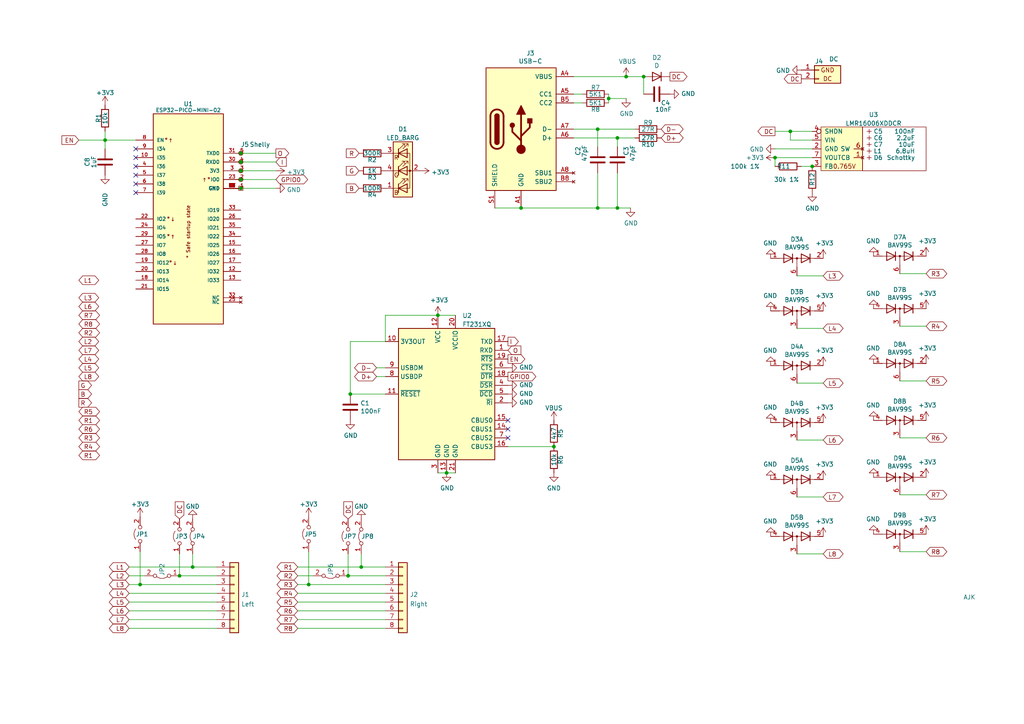
<source format=kicad_sch>
(kicad_sch (version 20241209) (generator "eeschema") (generator_version "9.0")
  (paper "A4")
  (title_block (title "Larger generic ESP32 module") (date "${DATE}") (rev "1") (comment 1 "@TheRealRevK") (comment 2 "www.me.uk"))
  (lib_symbols
    (symbol "Connector_Generic:Conn_01x08" (pin_names (offset 1.016) (hide yes))
      (property "Reference" "J" (at 0 10.16 0))
      (property "Value" "Conn_01x08" (at 0 -12.7 0))
      (symbol "Conn_01x08_1_1"
        (pin passive line (at -5.08 7.62 0) (length 3.81) (name "Pin_1") (number "1"))
        (pin passive line (at -5.08 5.08 0) (length 3.81) (name "Pin_2") (number "2"))
        (pin passive line (at -5.08 2.54 0) (length 3.81) (name "Pin_3") (number "3"))
        (pin passive line (at -5.08 0 0) (length 3.81) (name "Pin_4") (number "4"))
        (pin passive line (at -5.08 -2.54 0) (length 3.81) (name "Pin_5") (number "5"))
        (pin passive line (at -5.08 -5.08 0) (length 3.81) (name "Pin_6") (number "6"))
        (pin passive line (at -5.08 -7.62 0) (length 3.81) (name "Pin_7") (number "7"))
        (pin passive line (at -5.08 -10.16 0) (length 3.81) (name "Pin_8") (number "8"))
      )
    )
    (symbol "Device:C" (pin_numbers (hide yes)) (pin_names (offset 0.254))
      (property "Reference" "C" (at 0.635 2.54 0))
      (property "Value" "C" (at 0.635 -2.54 0))
      (symbol "C_1_1"
        (pin passive line (at 0 3.81 270) (length 2.794) (name "~") (number "1"))
        (pin passive line (at 0 -3.81 90) (length 2.794) (name "~") (number "2"))
      )
    )
    (symbol "Device:D" (pin_numbers (hide yes)) (pin_names (offset 1.016) (hide yes))
      (property "Reference" "D" (at 0 2.54 0))
      (property "Value" "D" (at 0 -2.54 0))
      (symbol "D_1_1"
        (pin passive line (at -3.81 0 0) (length 2.54) (name "K") (number "1"))
        (pin passive line (at 3.81 0 180) (length 2.54) (name "A") (number "2"))
      )
    )
    (symbol "Device:LED_BARG" (pin_names (offset 0) (hide yes))
      (property "Reference" "D" (at 0 9.398 0))
      (property "Value" "LED_BARG" (at 0 -8.89 0))
      (symbol "LED_BARG_0_0"
        (text "R" (at -1.905 3.81 0) (effects (font (size 1.27 1.27))))
        (text "G" (at -1.905 -1.27 0) (effects (font (size 1.27 1.27))))
        (text "B" (at -1.905 -6.35 0) (effects (font (size 1.27 1.27))))
      )
      (symbol "LED_BARG_1_1"
        (pin passive line (at -5.08 5.08 0) (length 2.54) (name "RK") (number "3"))
        (pin passive line (at -5.08 0 0) (length 2.54) (name "GK") (number "4"))
        (pin passive line (at -5.08 -5.08 0) (length 2.54) (name "BK") (number "1"))
        (pin passive line (at 5.08 0 180) (length 2.54) (name "A") (number "2"))
      )
    )
    (symbol "Device:R" (pin_numbers (hide yes)) (pin_names (offset 0))
      (property "Reference" "R" (at 2.032 0 90))
      (property "Value" "R" (at 0 0 90))
      (symbol "R_1_1"
        (pin passive line (at 0 3.81 270) (length 1.27) (name "~") (number "1"))
        (pin passive line (at 0 -3.81 90) (length 1.27) (name "~") (number "2"))
      )
    )
    (symbol "Diode:BAV99S" (pin_names (offset 0.0254) (hide yes))
      (property "Reference" "D" (at 0 2.54 0))
      (property "Value" "BAV99S" (at 0 5.08 0))
      (symbol "BAV99S_1_1"
        (pin passive line (at -7.62 0 0) (length 2.54) (name "A1") (number "1"))
        (pin passive line (at 0 -5.08 90) (length 2.54) (name "K3A4") (number "6"))
        (pin passive line (at 7.62 0 180) (length 2.54) (name "K2") (number "2"))
      )
      (symbol "BAV99S_2_1"
        (pin passive line (at -7.62 0 0) (length 2.54) (name "A3") (number "4"))
        (pin passive line (at 0 -5.08 90) (length 2.54) (name "K1A2") (number "3"))
        (pin passive line (at 7.62 0 180) (length 2.54) (name "K4") (number "5"))
      )
    )
    (symbol "Jumper:Jumper_2_Bridged" (pin_names (offset 0) (hide yes))
      (property "Reference" "JP" (at 0 1.905 0))
      (property "Value" "Jumper_2_Bridged" (at 0 -2.54 0))
      (symbol "Jumper_2_Bridged_1_1"
        (pin passive line (at -5.08 0 0) (length 2.54) (name "A") (number "1"))
        (pin passive line (at 5.08 0 180) (length 2.54) (name "B") (number "2"))
      )
    )
    (symbol "Jumper:Jumper_2_Open" (pin_names (offset 0) (hide yes))
      (property "Reference" "JP" (at 0 2.794 0))
      (property "Value" "Jumper_2_Open" (at 0 -2.286 0))
      (symbol "Jumper_2_Open_1_1"
        (pin passive line (at -5.08 0 0) (length 2.54) (name "A") (number "1"))
        (pin passive line (at 5.08 0 180) (length 2.54) (name "B") (number "2"))
      )
    )
    (symbol "RevK:AJK" (pin_names (offset 1.016)) (in_bom no)
      (property "Value" "AJK" (at 0 0 0))
    )
    (symbol "RevK:ESP32-PICO-MINI-02" (pin_names (offset 1.016))
      (property "Reference" "U" (at -10.16 -33.02 0))
      (property "Value" "ESP32-PICO-MINI-02" (at 0 27.94 0))
      (property "MPN" "C2980306" (at 0 0 0))
      (symbol "ESP32-PICO-MINI-02_0_0"
        (text "*↑" (at -6.985 22.86 0) (effects (font (size 1.27 1.27)) (justify left)))
        (text "*↓" (at -6.35 0 0) (effects (font (size 1.27 1.27)) (justify left)))
        (text "*↑" (at -6.35 -5.08 0) (effects (font (size 1.27 1.27)) (justify left)))
        (text "*↓" (at -5.715 -12.7 0) (effects (font (size 1.27 1.27)) (justify left)))
        (text "* Safe startup state" (at 0 -11.43 900) (effects (font (size 1 1)) (justify left)))
        (text "↑*" (at 3.81 11.43 0) (effects (font (size 1.27 1.27)) (justify left)))
        (pin input line (at -15.24 22.86 0) (length 5.08) (name "EN") (number "8"))
        (pin input line (at -15.24 20.32 0) (length 5.08) (name "I34") (number "9"))
        (pin input line (at -15.24 17.78 0) (length 5.08) (name "I35") (number "10"))
        (pin input line (at -15.24 15.24 0) (length 5.08) (name "I36") (number "4"))
        (pin input line (at -15.24 12.7 0) (length 5.08) (name "I37") (number "5"))
        (pin input line (at -15.24 10.16 0) (length 5.08) (name "I38") (number "6"))
        (pin input line (at -15.24 7.62 0) (length 5.08) (name "I39") (number "7"))
        (pin bidirectional line (at -15.24 0 0) (length 5.08) (name "IO2") (number "22"))
        (pin bidirectional line (at -15.24 -2.54 0) (length 5.08) (name "IO4") (number "24"))
        (pin bidirectional line (at -15.24 -5.08 0) (length 5.08) (name "IO5") (number "29"))
        (pin bidirectional line (at -15.24 -7.62 0) (length 5.08) (name "IO7") (number "27"))
        (pin bidirectional line (at -15.24 -10.16 0) (length 5.08) (name "IO8") (number "28"))
        (pin bidirectional line (at -15.24 -12.7 0) (length 5.08) (name "IO12") (number "19"))
        (pin bidirectional line (at -15.24 -15.24 0) (length 5.08) (name "IO13") (number "20"))
        (pin bidirectional line (at -15.24 -17.78 0) (length 5.08) (name "IO14") (number "18"))
        (pin bidirectional line (at -15.24 -20.32 0) (length 5.08) (name "IO15") (number "21"))
        (pin bidirectional line (at 15.24 19.05 180) (length 5.08) (name "TXD0") (number "31"))
        (pin bidirectional line (at 15.24 16.51 180) (length 5.08) (name "RXD0") (number "30"))
        (pin power_in line (at 15.24 13.97 180) (length 5.08) (name "3V3") (number "3"))
        (pin bidirectional line (at 15.24 11.43 180) (length 5.08) (name "IO0") (number "23"))
        (pin power_in line (at 15.24 8.89 180) (length 5.08) (name "GND") (number "1"))
        (pin power_in line (at 15.24 8.89 180) (length 5.08) (name "GND") (number "11"))
        (pin power_in line (at 15.24 8.89 180) (length 5.08) (name "GND") (number "14"))
        (pin power_in line (at 15.24 8.89 180) (length 5.08) (name "GND") (number "2"))
        (pin power_in line (at 15.24 8.89 180) (length 5.08) (name "GND") (number "36"))
        (pin power_in line (at 15.24 8.89 180) (length 5.08) (name "GND") (number "37"))
        (pin power_in line (at 15.24 8.89 180) (length 5.08) (name "GND") (number "38"))
        (pin power_in line (at 15.24 8.89 180) (length 5.08) (name "GND") (number "39"))
        (pin power_in line (at 15.24 8.89 180) (length 5.08) (name "GND") (number "40"))
        (pin power_in line (at 15.24 8.89 180) (length 5.08) (name "GND") (number "41"))
        (pin power_in line (at 15.24 8.89 180) (length 5.08) (name "GND") (number "42"))
        (pin power_in line (at 15.24 8.89 180) (length 5.08) (name "GND") (number "43"))
        (pin power_in line (at 15.24 8.89 180) (length 5.08) (name "GND") (number "44"))
        (pin power_in line (at 15.24 8.89 180) (length 5.08) (name "GND") (number "45"))
        (pin power_in line (at 15.24 8.89 180) (length 5.08) (name "GND") (number "46"))
        (pin power_in line (at 15.24 8.89 180) (length 5.08) (name "GND") (number "47"))
        (pin power_in line (at 15.24 8.89 180) (length 5.08) (name "GND") (number "48"))
        (pin power_in line (at 15.24 8.89 180) (length 5.08) (name "GND") (number "49"))
        (pin power_in line (at 15.24 8.89 180) (length 5.08) (name "GND") (number "50"))
        (pin power_in line (at 15.24 8.89 180) (length 5.08) (name "GND") (number "51"))
        (pin power_in line (at 15.24 8.89 180) (length 5.08) (name "GND") (number "52"))
        (pin power_in line (at 15.24 8.89 180) (length 5.08) (name "GND") (number "53"))
        (pin bidirectional line (at 15.24 2.54 180) (length 5.08) (name "IO19") (number "33"))
        (pin bidirectional line (at 15.24 0 180) (length 5.08) (name "IO20") (number "26"))
        (pin bidirectional line (at 15.24 -2.54 180) (length 5.08) (name "IO21") (number "35"))
        (pin bidirectional line (at 15.24 -5.08 180) (length 5.08) (name "IO22") (number "34"))
        (pin bidirectional line (at 15.24 -7.62 180) (length 5.08) (name "IO25") (number "15"))
        (pin bidirectional line (at 15.24 -10.16 180) (length 5.08) (name "IO26") (number "16"))
        (pin bidirectional line (at 15.24 -12.7 180) (length 5.08) (name "IO27") (number "17"))
        (pin bidirectional line (at 15.24 -15.24 180) (length 5.08) (name "IO32") (number "12"))
        (pin bidirectional line (at 15.24 -17.78 180) (length 5.08) (name "IO33") (number "13"))
        (pin no_connect line (at 15.24 -22.86 180) (length 5.08) (name "NC") (number "32"))
        (pin no_connect line (at 15.24 -24.13 180) (length 5.08) (name "NC") (number "25"))
      )
    )
    (symbol "RevK:FT231XQ"
      (property "Reference" "U" (at -13.97 20.32 0))
      (property "Value" "FT231XQ" (at 6.35 20.32 0))
      (symbol "FT231XQ_1_1"
        (pin passive line (at -17.78 15.24 0) (length 3.81) (name "3V3OUT") (number "10"))
        (pin bidirectional line (at -17.78 7.62 0) (length 3.81) (name "USBDM") (number "9"))
        (pin bidirectional line (at -17.78 5.08 0) (length 3.81) (name "USBDP") (number "8"))
        (pin input line (at -17.78 0 0) (length 3.81) (name "~{RESET}") (number "11"))
        (pin power_in line (at -2.54 22.86 270) (length 3.81) (name "VCC") (number "12"))
        (pin power_in line (at -2.54 -22.86 90) (length 3.81) (name "GND") (number "3"))
        (pin power_in line (at 0 -22.86 90) (length 3.81) (name "GND") (number "13"))
        (pin power_in line (at 2.54 22.86 270) (length 3.81) (name "VCCIO") (number "20"))
        (pin power_in line (at 2.54 -22.86 90) (length 3.81) (name "GND") (number "21"))
        (pin output line (at 17.78 15.24 180) (length 3.81) (name "TXD") (number "17"))
        (pin input line (at 17.78 12.7 180) (length 3.81) (name "RXD") (number "1"))
        (pin output line (at 17.78 10.16 180) (length 3.81) (name "~{RTS}") (number "19"))
        (pin input line (at 17.78 7.62 180) (length 3.81) (name "~{CTS}") (number "6"))
        (pin output line (at 17.78 5.08 180) (length 3.81) (name "~{DTR}") (number "18"))
        (pin input line (at 17.78 2.54 180) (length 3.81) (name "~{DSR}") (number "4"))
        (pin input line (at 17.78 0 180) (length 3.81) (name "~{DCD}") (number "5"))
        (pin input line (at 17.78 -2.54 180) (length 3.81) (name "~{RI}") (number "2"))
        (pin bidirectional line (at 17.78 -7.62 180) (length 3.81) (name "CBUS0") (number "15"))
        (pin bidirectional line (at 17.78 -10.16 180) (length 3.81) (name "CBUS1") (number "14"))
        (pin bidirectional line (at 17.78 -12.7 180) (length 3.81) (name "CBUS2") (number "7"))
        (pin bidirectional line (at 17.78 -15.24 180) (length 3.81) (name "CBUS3") (number "16"))
      )
    )
    (symbol "RevK:Hidden" (pin_names (offset 1.016))
      (property "Reference" "Z" (at 0.635 0 0))
      (property "Value" "Hidden" (at 4.445 0 0))
      (symbol "Hidden_1_1"
        (pin no_connect non_logic (at 0 -2.54 90) (length 2.54) (hide yes) (name "~") (number "~"))
      )
    )
    (symbol "RevK:LMR16006XDDCR" (pin_names (offset 1.016))
      (property "Reference" "U" (at 11.43 2.54 0))
      (property "Value" "LMR16006XDDCR" (at 7.62 -12.7 0))
      (symbol "LMR16006XDDCR_0_0"
        (text "0.765V" (at 12.7 -10.16 0) (effects (font (size 1.27 1.27)) (justify right)))
      )
      (symbol "LMR16006XDDCR_1_1"
        (pin input inverted (at 0 0 0) (length 2.54) (name "SHDN") (number "4"))
        (pin power_in line (at 0 -2.54 0) (length 2.54) (name "VIN") (number "5"))
        (pin power_in line (at 0 -5.08 0) (length 2.54) (name "GND") (number "2"))
        (pin power_out line (at 0 -7.62 0) (length 2.54) (name "VOUT") (number "7"))
        (pin passive line (at 0 -10.16 0) (length 2.54) (name "FB") (number "3"))
        (pin no_connect line (at 14.605 -5.08 180) (length 2.54) (name "SW") (number "6"))
        (pin no_connect line (at 14.605 -7.62 180) (length 2.54) (name "CB") (number "1"))
      )
    )
    (symbol "RevK:PowerIn" (pin_names (offset 1.016) (hide yes))
      (property "Reference" "J" (at 0 2.54 0))
      (property "Value" "PowerIn" (at 2.54 -5.08 0))
      (symbol "PowerIn_0_0"
        (text "GND" (at 2.54 0 0) (effects (font (size 1.27 1.27))))
        (text "DC" (at 2.54 -2.54 0) (effects (font (size 1.27 1.27))))
      )
      (symbol "PowerIn_1_1"
        (pin power_in line (at -5.08 0 0) (length 3.81) (name "GND") (number "1"))
        (pin power_out line (at -5.08 -2.54 0) (length 3.81) (name "DC") (number "2"))
      )
    )
    (symbol "RevK:Shelly" (in_bom no)
      (property "Reference" "J" (at 2.54 -8.255 0))
      (property "Value" "Shelly" (at 2.54 9.525 0))
      (symbol "Shelly_1_1"
        (pin passive line (at 0 5.08 0) (length 0.64) (name "Tx") (number "5"))
        (pin passive line (at 0 2.54 0) (length 0.64) (name "Rx") (number "4"))
        (pin passive line (at 0 0 0) (length 0.64) (name "3V3") (number "3"))
        (pin passive line (at 0 -2.54 0) (length 0.64) (name "0") (number "2"))
        (pin passive line (at 0 -5.08 0) (length 0.64) (name "GND") (number "1"))
      )
    )
    (symbol "RevK:USB-C" (pin_names (offset 1.016))
      (property "Reference" "J" (at -10.16 19.05 0))
      (property "Value" "USB-C" (at -7.62 15.24 0))
      (symbol "USB-C_1_1"
        (pin passive line (at -7.62 -22.86 90) (length 5.08) (name "SHIELD") (number "S1"))
        (pin power_out line (at 0 -22.86 90) (length 5.08) (name "GND") (number "A1"))
        (pin passive line (at 0 -22.86 90) (length 5.08) (hide yes) (name "GND") (number "A12"))
        (pin passive line (at 0 -22.86 90) (length 5.08) (hide yes) (name "GND") (number "B1"))
        (pin passive line (at 0 -22.86 90) (length 5.08) (hide yes) (name "GND") (number "B12"))
        (pin power_out line (at 15.24 15.24 180) (length 5.08) (name "VBUS") (number "A4"))
        (pin passive line (at 15.24 15.24 180) (length 5.08) (hide yes) (name "VBUS") (number "A9"))
        (pin passive line (at 15.24 15.24 180) (length 5.08) (hide yes) (name "VBUS") (number "B4"))
        (pin passive line (at 15.24 15.24 180) (length 5.08) (hide yes) (name "VBUS") (number "B9"))
        (pin bidirectional line (at 15.24 10.16 180) (length 5.08) (name "CC1") (number "A5"))
        (pin bidirectional line (at 15.24 7.62 180) (length 5.08) (name "CC2") (number "B5"))
        (pin bidirectional line (at 15.24 0 180) (length 5.08) (name "D-") (number "A7"))
        (pin bidirectional line (at 15.24 0 180) (length 5.08) (hide yes) (name "D-") (number "B7"))
        (pin bidirectional line (at 15.24 -2.54 180) (length 5.08) (name "D+") (number "A6"))
        (pin bidirectional line (at 15.24 -2.54 180) (length 5.08) (hide yes) (name "D+") (number "B6"))
        (pin no_connect line (at 15.24 -12.7 180) (length 5.08) (name "SBU1") (number "A8"))
        (pin no_connect line (at 15.24 -15.24 180) (length 5.08) (name "SBU2") (number "B8"))
      )
    )
    (symbol "power:+3.3V" (power) (pin_names (offset 0))
      (property "Value" "+3.3V" (at 0 3.556 0))
      (symbol "+3.3V_1_1"
        (pin power_in line (at 0 0 90) (length 0) (hide yes) (name "+3V3") (number "1"))
      )
    )
    (symbol "power:GND" (power) (pin_names (offset 0))
      (property "Value" "GND" (at 0 -3.81 0))
      (symbol "GND_1_1"
        (pin power_in line (at 0 0 270) (length 0) (hide yes) (name "GND") (number "1"))
      )
    )
    (symbol "power:VBUS" (power) (pin_names (offset 0))
      (property "Value" "VBUS" (at 0 3.81 0))
      (symbol "VBUS_1_1"
        (pin power_in line (at 0 0 90) (length 0) (hide yes) (name "VBUS") (number "1"))
      )
    )
  )
  (junction (at 179.07 40.005))
  (junction (at 30.48 40.64))
  (junction (at 89.535 169.545))
  (junction (at 179.07 60.325))
  (junction (at 160.655 129.54))
  (junction (at 69.85 52.07))
  (junction (at 235.585 48.26))
  (junction (at 40.64 169.545))
  (junction (at 229.235 38.1))
  (junction (at 127 91.44))
  (junction (at 224.79 45.72))
  (junction (at 151.13 60.325))
  (junction (at 104.775 164.465))
  (junction (at 129.54 137.16))
  (junction (at 101.6 114.3))
  (junction (at 173.355 60.325))
  (junction (at 69.85 54.61))
  (junction (at 181.61 22.225))
  (junction (at 55.88 164.465))
  (junction (at 173.355 37.465))
  (junction (at 100.965 167.005))
  (junction (at 176.53 28.575))
  (junction (at 186.69 22.225))
  (junction (at 52.07 167.005))
  (junction (at 69.85 46.99))
  (junction (at 69.85 44.45))
  (junction (at 69.85 49.53))
  (no_connect (at 39.37 55.88))
  (no_connect (at 39.37 48.26))
  (no_connect (at 39.37 53.34))
  (no_connect (at 39.37 45.72))
  (no_connect (at 39.37 43.18))
  (no_connect (at 147.32 127))
  (no_connect (at 39.37 50.8))
  (no_connect (at 147.32 121.92))
  (no_connect (at 147.32 124.46))
  (wire (pts (xy 179.07 40.005) (xy 184.15 40.005)))
  (wire (pts (xy 55.88 164.465) (xy 62.865 164.465)))
  (wire (pts (xy 86.36 172.085) (xy 111.76 172.085)))
  (wire (pts (xy 173.355 50.165) (xy 173.355 60.325)))
  (wire (pts (xy 231.14 160.655) (xy 238.76 160.655)))
  (wire (pts (xy 260.985 110.49) (xy 268.605 110.49)))
  (wire (pts (xy 101.6 114.3) (xy 111.76 114.3)))
  (wire (pts (xy 176.53 28.575) (xy 176.53 29.845)))
  (wire (pts (xy 37.465 182.245) (xy 62.865 182.245)))
  (wire (pts (xy 181.61 22.225) (xy 186.69 22.225)))
  (wire (pts (xy 111.76 91.44) (xy 127 91.44)))
  (wire (pts (xy 52.07 160.655) (xy 52.07 167.005)))
  (wire (pts (xy 231.14 144.145) (xy 238.76 144.145)))
  (wire (pts (xy 179.07 60.325) (xy 182.88 60.325)))
  (wire (pts (xy 37.465 179.705) (xy 62.865 179.705)))
  (wire (pts (xy 55.88 160.655) (xy 55.88 164.465)))
  (wire (pts (xy 22.86 40.64) (xy 30.48 40.64)))
  (wire (pts (xy 69.85 54.61) (xy 80.01 54.61)))
  (wire (pts (xy 30.48 38.1) (xy 30.48 40.64)))
  (wire (pts (xy 166.37 37.465) (xy 173.355 37.465)))
  (wire (pts (xy 186.69 22.225) (xy 186.69 27.305)))
  (wire (pts (xy 260.985 79.375) (xy 268.605 79.375)))
  (wire (pts (xy 89.535 169.545) (xy 111.76 169.545)))
  (wire (pts (xy 37.465 174.625) (xy 62.865 174.625)))
  (wire (pts (xy 260.985 94.615) (xy 268.605 94.615)))
  (wire (pts (xy 86.36 182.245) (xy 111.76 182.245)))
  (wire (pts (xy 232.41 48.26) (xy 235.585 48.26)))
  (wire (pts (xy 224.79 43.18) (xy 235.585 43.18)))
  (wire (pts (xy 101.6 114.3) (xy 101.6 99.06)))
  (wire (pts (xy 260.985 143.51) (xy 268.605 143.51)))
  (wire (pts (xy 147.32 129.54) (xy 160.655 129.54)))
  (wire (pts (xy 231.14 80.01) (xy 238.76 80.01)))
  (wire (pts (xy 40.64 160.02) (xy 40.64 169.545)))
  (wire (pts (xy 69.85 46.99) (xy 80.01 46.99)))
  (wire (pts (xy 231.14 111.125) (xy 238.76 111.125)))
  (wire (pts (xy 179.07 40.005) (xy 179.07 42.545)))
  (wire (pts (xy 229.235 40.64) (xy 235.585 40.64)))
  (wire (pts (xy 224.79 45.72) (xy 224.79 48.26)))
  (wire (pts (xy 260.985 127) (xy 268.605 127)))
  (wire (pts (xy 69.85 44.45) (xy 80.01 44.45)))
  (wire (pts (xy 111.76 99.06) (xy 111.76 91.44)))
  (wire (pts (xy 260.985 160.02) (xy 268.605 160.02)))
  (wire (pts (xy 143.51 60.325) (xy 151.13 60.325)))
  (wire (pts (xy 52.07 167.005) (xy 62.865 167.005)))
  (wire (pts (xy 229.235 38.1) (xy 229.235 40.64)))
  (wire (pts (xy 86.36 179.705) (xy 111.76 179.705)))
  (wire (pts (xy 37.465 167.005) (xy 41.91 167.005)))
  (wire (pts (xy 100.965 167.005) (xy 111.76 167.005)))
  (wire (pts (xy 69.85 52.07) (xy 80.01 52.07)))
  (wire (pts (xy 173.355 60.325) (xy 179.07 60.325)))
  (wire (pts (xy 181.61 28.575) (xy 176.53 28.575)))
  (wire (pts (xy 129.54 137.16) (xy 132.08 137.16)))
  (wire (pts (xy 37.465 164.465) (xy 55.88 164.465)))
  (wire (pts (xy 86.36 167.005) (xy 90.805 167.005)))
  (wire (pts (xy 40.64 169.545) (xy 62.865 169.545)))
  (wire (pts (xy 111.76 106.68) (xy 109.22 106.68)))
  (wire (pts (xy 151.13 60.325) (xy 173.355 60.325)))
  (wire (pts (xy 104.775 164.465) (xy 111.76 164.465)))
  (wire (pts (xy 231.14 127.635) (xy 238.76 127.635)))
  (wire (pts (xy 86.36 169.545) (xy 89.535 169.545)))
  (wire (pts (xy 176.53 27.305) (xy 176.53 28.575)))
  (wire (pts (xy 37.465 177.165) (xy 62.865 177.165)))
  (wire (pts (xy 86.36 174.625) (xy 111.76 174.625)))
  (wire (pts (xy 37.465 172.085) (xy 62.865 172.085)))
  (wire (pts (xy 166.37 27.305) (xy 168.91 27.305)))
  (wire (pts (xy 69.85 49.53) (xy 80.01 49.53)))
  (wire (pts (xy 166.37 29.845) (xy 168.91 29.845)))
  (wire (pts (xy 166.37 40.005) (xy 179.07 40.005)))
  (wire (pts (xy 86.36 177.165) (xy 111.76 177.165)))
  (wire (pts (xy 37.465 169.545) (xy 40.64 169.545)))
  (wire (pts (xy 109.22 109.22) (xy 111.76 109.22)))
  (wire (pts (xy 104.775 160.655) (xy 104.775 164.465)))
  (wire (pts (xy 224.79 45.72) (xy 235.585 45.72)))
  (wire (pts (xy 89.535 160.02) (xy 89.535 169.545)))
  (wire (pts (xy 179.07 50.165) (xy 179.07 60.325)))
  (wire (pts (xy 86.36 164.465) (xy 104.775 164.465)))
  (wire (pts (xy 101.6 99.06) (xy 111.76 99.06)))
  (wire (pts (xy 224.79 38.1) (xy 229.235 38.1)))
  (wire (pts (xy 127 91.44) (xy 132.08 91.44)))
  (wire (pts (xy 30.48 43.18) (xy 30.48 40.64)))
  (wire (pts (xy 127 137.16) (xy 129.54 137.16)))
  (wire (pts (xy 166.37 22.225) (xy 181.61 22.225)))
  (wire (pts (xy 229.235 38.1) (xy 235.585 38.1)))
  (wire (pts (xy 231.14 95.25) (xy 238.76 95.25)))
  (wire (pts (xy 100.965 160.655) (xy 100.965 167.005)))
  (wire (pts (xy 30.48 40.64) (xy 39.37 40.64)))
  (wire (pts (xy 173.355 37.465) (xy 173.355 42.545)))
  (wire (pts (xy 173.355 37.465) (xy 184.15 37.465)))
  (global_label "D-" (shape bidirectional) (at 109.22 106.68 180) (property "Intersheetrefs" "${INTERSHEET_REFS}" (effects (hide yes))))
  (global_label "L7" (shape bidirectional) (at 238.76 144.145 0) (property "Intersheetrefs" "${INTERSHEET_REFS}" (effects (hide yes))))
  (global_label "R3" (shape bidirectional) (at 268.605 79.375 0) (property "Intersheetrefs" "${INTERSHEET_REFS}" (effects (hide yes))))
  (global_label "DC" (shape output) (at 232.41 22.86 180) (property "Intersheetrefs" "${INTERSHEET_REFS}" (effects (hide yes))))
  (global_label "L5" (shape bidirectional) (at 22.86 106.68 0) (property "Intersheetrefs" "${INTERSHEET_REFS}" (effects (hide yes))))
  (global_label "L7" (shape bidirectional) (at 22.86 101.6 0) (property "Intersheetrefs" "${INTERSHEET_REFS}" (effects (hide yes))))
  (global_label "O" (shape output) (at 80.01 44.45 0) (property "Intersheetrefs" "${INTERSHEET_REFS}" (effects (hide yes))))
  (global_label "L1" (shape bidirectional) (at 22.86 81.28 0) (property "Intersheetrefs" "${INTERSHEET_REFS}" (effects (hide yes))))
  (global_label "R7" (shape bidirectional) (at 22.86 91.44 0) (property "Intersheetrefs" "${INTERSHEET_REFS}" (effects (hide yes))))
  (global_label "L5" (shape bidirectional) (at 37.465 174.625 180) (property "Intersheetrefs" "${INTERSHEET_REFS}" (effects (hide yes))))
  (global_label "GPIO0" (shape bidirectional) (at 80.01 52.07 0) (property "Intersheetrefs" "${INTERSHEET_REFS}" (effects (hide yes))))
  (global_label "B" (shape input) (at 104.14 54.61 180) (property "Intersheetrefs" "${INTERSHEET_REFS}" (effects (hide yes))))
  (global_label "L3" (shape bidirectional) (at 37.465 169.545 180) (property "Intersheetrefs" "${INTERSHEET_REFS}" (effects (hide yes))))
  (global_label "L8" (shape bidirectional) (at 22.86 109.22 0) (property "Intersheetrefs" "${INTERSHEET_REFS}" (effects (hide yes))))
  (global_label "L6" (shape bidirectional) (at 22.86 88.9 0) (property "Intersheetrefs" "${INTERSHEET_REFS}" (effects (hide yes))))
  (global_label "R7" (shape bidirectional) (at 268.605 143.51 0) (property "Intersheetrefs" "${INTERSHEET_REFS}" (effects (hide yes))))
  (global_label "R8" (shape bidirectional) (at 22.86 93.98 0) (property "Intersheetrefs" "${INTERSHEET_REFS}" (effects (hide yes))))
  (global_label "R3" (shape bidirectional) (at 86.36 169.545 180) (property "Intersheetrefs" "${INTERSHEET_REFS}" (effects (hide yes))))
  (global_label "R2" (shape bidirectional) (at 22.86 96.52 0) (property "Intersheetrefs" "${INTERSHEET_REFS}" (effects (hide yes))))
  (global_label "R2" (shape bidirectional) (at 86.36 167.005 180) (property "Intersheetrefs" "${INTERSHEET_REFS}" (effects (hide yes))))
  (global_label "D+" (shape bidirectional) (at 191.77 40.005 0) (property "Intersheetrefs" "${INTERSHEET_REFS}" (effects (hide yes))))
  (global_label "R7" (shape bidirectional) (at 86.36 179.705 180) (property "Intersheetrefs" "${INTERSHEET_REFS}" (effects (hide yes))))
  (global_label "DC" (shape input) (at 100.965 150.495 90) (property "Intersheetrefs" "${INTERSHEET_REFS}" (effects (hide yes))))
  (global_label "R6" (shape bidirectional) (at 268.605 127 0) (property "Intersheetrefs" "${INTERSHEET_REFS}" (effects (hide yes))))
  (global_label "L6" (shape bidirectional) (at 238.76 127.635 0) (property "Intersheetrefs" "${INTERSHEET_REFS}" (effects (hide yes))))
  (global_label "G" (shape output) (at 22.86 111.76 0) (property "Intersheetrefs" "${INTERSHEET_REFS}" (effects (hide yes))))
  (global_label "R5" (shape bidirectional) (at 22.86 119.38 0) (property "Intersheetrefs" "${INTERSHEET_REFS}" (effects (hide yes))))
  (global_label "EN" (shape input) (at 22.86 40.64 180) (property "Intersheetrefs" "${INTERSHEET_REFS}" (effects (hide yes))))
  (global_label "L5" (shape bidirectional) (at 238.76 111.125 0) (property "Intersheetrefs" "${INTERSHEET_REFS}" (effects (hide yes))))
  (global_label "D+" (shape bidirectional) (at 109.22 109.22 180) (property "Intersheetrefs" "${INTERSHEET_REFS}" (effects (hide yes))))
  (global_label "R4" (shape bidirectional) (at 268.605 94.615 0) (property "Intersheetrefs" "${INTERSHEET_REFS}" (effects (hide yes))))
  (global_label "L8" (shape bidirectional) (at 37.465 182.245 180) (property "Intersheetrefs" "${INTERSHEET_REFS}" (effects (hide yes))))
  (global_label "L8" (shape bidirectional) (at 238.76 160.655 0) (property "Intersheetrefs" "${INTERSHEET_REFS}" (effects (hide yes))))
  (global_label "R8" (shape bidirectional) (at 86.36 182.245 180) (property "Intersheetrefs" "${INTERSHEET_REFS}" (effects (hide yes))))
  (global_label "L2" (shape bidirectional) (at 37.465 167.005 180) (property "Intersheetrefs" "${INTERSHEET_REFS}" (effects (hide yes))))
  (global_label "L4" (shape bidirectional) (at 37.465 172.085 180) (property "Intersheetrefs" "${INTERSHEET_REFS}" (effects (hide yes))))
  (global_label "L2" (shape bidirectional) (at 22.86 99.06 0) (property "Intersheetrefs" "${INTERSHEET_REFS}" (effects (hide yes))))
  (global_label "R1" (shape bidirectional) (at 86.36 164.465 180) (property "Intersheetrefs" "${INTERSHEET_REFS}" (effects (hide yes))))
  (global_label "D-" (shape bidirectional) (at 191.77 37.465 0) (property "Intersheetrefs" "${INTERSHEET_REFS}" (effects (hide yes))))
  (global_label "R" (shape input) (at 104.14 44.45 180) (property "Intersheetrefs" "${INTERSHEET_REFS}" (effects (hide yes))))
  (global_label "R6" (shape bidirectional) (at 22.86 124.46 0) (property "Intersheetrefs" "${INTERSHEET_REFS}" (effects (hide yes))))
  (global_label "L4" (shape bidirectional) (at 22.86 104.14 0) (property "Intersheetrefs" "${INTERSHEET_REFS}" (effects (hide yes))))
  (global_label "R3" (shape bidirectional) (at 22.86 127 0) (property "Intersheetrefs" "${INTERSHEET_REFS}" (effects (hide yes))))
  (global_label "GPIO0" (shape output) (at 147.32 109.22 0) (property "Intersheetrefs" "${INTERSHEET_REFS}" (effects (hide yes))))
  (global_label "L4" (shape bidirectional) (at 238.76 95.25 0) (property "Intersheetrefs" "${INTERSHEET_REFS}" (effects (hide yes))))
  (global_label "L3" (shape bidirectional) (at 238.76 80.01 0) (property "Intersheetrefs" "${INTERSHEET_REFS}" (effects (hide yes))))
  (global_label "DC" (shape input) (at 52.07 150.495 90) (property "Intersheetrefs" "${INTERSHEET_REFS}" (effects (hide yes))))
  (global_label "I" (shape input) (at 80.01 46.99 0) (property "Intersheetrefs" "${INTERSHEET_REFS}" (effects (hide yes))))
  (global_label "DC" (shape output) (at 224.79 38.1 180) (property "Intersheetrefs" "${INTERSHEET_REFS}" (effects (hide yes))))
  (global_label "G" (shape input) (at 104.14 49.53 180) (property "Intersheetrefs" "${INTERSHEET_REFS}" (effects (hide yes))))
  (global_label "R5" (shape bidirectional) (at 86.36 174.625 180) (property "Intersheetrefs" "${INTERSHEET_REFS}" (effects (hide yes))))
  (global_label "R8" (shape bidirectional) (at 268.605 160.02 0) (property "Intersheetrefs" "${INTERSHEET_REFS}" (effects (hide yes))))
  (global_label "R" (shape output) (at 22.86 116.84 0) (property "Intersheetrefs" "${INTERSHEET_REFS}" (effects (hide yes))))
  (global_label "R4" (shape bidirectional) (at 22.86 129.54 0) (property "Intersheetrefs" "${INTERSHEET_REFS}" (effects (hide yes))))
  (global_label "R1" (shape bidirectional) (at 22.86 132.08 0) (property "Intersheetrefs" "${INTERSHEET_REFS}" (effects (hide yes))))
  (global_label "EN" (shape output) (at 147.32 104.14 0) (property "Intersheetrefs" "${INTERSHEET_REFS}" (effects (hide yes))))
  (global_label "L1" (shape bidirectional) (at 37.465 164.465 180) (property "Intersheetrefs" "${INTERSHEET_REFS}" (effects (hide yes))))
  (global_label "DC" (shape output) (at 194.31 22.225 0) (property "Intersheetrefs" "${INTERSHEET_REFS}" (effects (hide yes))))
  (global_label "L3" (shape bidirectional) (at 22.86 86.36 0) (property "Intersheetrefs" "${INTERSHEET_REFS}" (effects (hide yes))))
  (global_label "I" (shape output) (at 147.32 99.06 0) (property "Intersheetrefs" "${INTERSHEET_REFS}" (effects (hide yes))))
  (global_label "R5" (shape bidirectional) (at 268.605 110.49 0) (property "Intersheetrefs" "${INTERSHEET_REFS}" (effects (hide yes))))
  (global_label "R1" (shape bidirectional) (at 22.86 121.92 0) (property "Intersheetrefs" "${INTERSHEET_REFS}" (effects (hide yes))))
  (global_label "R4" (shape bidirectional) (at 86.36 172.085 180) (property "Intersheetrefs" "${INTERSHEET_REFS}" (effects (hide yes))))
  (global_label "L7" (shape bidirectional) (at 37.465 179.705 180) (property "Intersheetrefs" "${INTERSHEET_REFS}" (effects (hide yes))))
  (global_label "R6" (shape bidirectional) (at 86.36 177.165 180) (property "Intersheetrefs" "${INTERSHEET_REFS}" (effects (hide yes))))
  (global_label "B" (shape output) (at 22.86 114.3 0) (property "Intersheetrefs" "${INTERSHEET_REFS}" (effects (hide yes))))
  (global_label "L6" (shape bidirectional) (at 37.465 177.165 180) (property "Intersheetrefs" "${INTERSHEET_REFS}" (effects (hide yes))))
  (global_label "O" (shape input) (at 147.32 101.6 0) (property "Intersheetrefs" "${INTERSHEET_REFS}" (effects (hide yes))))
  (symbol (lib_id "Device:R") (at 172.72 27.305 90) (unit 1)
    (property "Reference" "R7" (at 172.72 25.4 90))
    (property "Value" "5K1" (at 172.72 27.305 90))
    (property "Footprint" "RevK:R_0603" (effects (hide yes)))
  )
  (symbol (lib_id "power:VBUS") (at 181.61 22.225 0) (unit 1)
    (property "Reference" "#PWR017" (effects (hide yes)))
    (property "Value" "VBUS" (at 181.991 17.8308 0))
  )
  (symbol (lib_id "power:GND") (at 181.61 28.575 0) (unit 1)
    (property "Reference" "#PWR018" (effects (hide yes)))
    (property "Value" "GND" (at 181.737 32.9692 0))
  )
  (symbol (lib_id "power:GND") (at 182.88 60.325 0) (unit 1)
    (property "Reference" "#PWR019" (effects (hide yes)))
    (property "Value" "GND" (at 183.007 64.7192 0))
  )
  (symbol (lib_id "Device:R") (at 172.72 29.845 270) (unit 1)
    (property "Reference" "R8" (at 172.72 31.75 90))
    (property "Value" "5K1" (at 172.72 29.845 90))
    (property "Footprint" "RevK:R_0603" (effects (hide yes)))
  )
  (symbol (lib_id "power:GND") (at 147.32 106.68 90) (unit 1)
    (property "Reference" "#PWR011" (effects (hide yes)))
    (property "Value" "GND" (at 150.5712 106.553 90) (effects (justify right)))
  )
  (symbol (lib_id "power:GND") (at 147.32 111.76 90) (unit 1)
    (property "Reference" "#PWR012" (effects (hide yes)))
    (property "Value" "GND" (at 150.5712 111.633 90) (effects (justify right)))
  )
  (symbol (lib_id "power:GND") (at 147.32 114.3 90) (unit 1)
    (property "Reference" "#PWR013" (effects (hide yes)))
    (property "Value" "GND" (at 150.5712 114.173 90) (effects (justify right)))
  )
  (symbol (lib_id "power:GND") (at 147.32 116.84 90) (unit 1)
    (property "Reference" "#PWR014" (effects (hide yes)))
    (property "Value" "GND" (at 150.5712 116.713 90) (effects (justify right)))
  )
  (symbol (lib_id "power:GND") (at 129.54 137.16 0) (unit 1)
    (property "Reference" "#PWR010" (effects (hide yes)))
    (property "Value" "GND" (at 129.667 141.5542 0))
  )
  (symbol (lib_id "Device:C") (at 101.6 118.11 0) (unit 1)
    (property "Reference" "C1" (at 104.521 116.9416 0) (effects (justify left)))
    (property "Value" "100nF" (at 104.521 119.253 0) (effects (justify left)))
    (property "Footprint" "RevK:C_0603" (effects (hide yes)))
  )
  (symbol (lib_id "power:GND") (at 101.6 121.92 0) (unit 1)
    (property "Reference" "#PWR06" (effects (hide yes)))
    (property "Value" "GND" (at 101.727 126.3142 0))
  )
  (symbol (lib_id "Diode:BAV99S") (at 231.14 74.93 0) (unit 1)
    (property "Reference" "D3" (at 231.14 69.4182 0))
    (property "Value" "BAV99S" (at 231.14 71.7296 0))
    (property "Footprint" "Package_TO_SOT_SMD:SOT-363_SC-70-6" (effects (hide yes)))
    (property "Datasheet" "https://assets.nexperia.com/documents/data-sheet/BAV99_SER.pdf" (effects (hide yes)))
    (property "Manufacturer" "Nexperia" (effects (hide yes)))
    (property "Part No" "BAV99S" (effects (hide yes)))
  )
  (symbol (lib_id "power:+3.3V") (at 238.76 74.93 0) (unit 1)
    (property "Reference" "#PWR029" (effects (hide yes)))
    (property "Value" "+3V3" (at 239.141 70.5358 0))
  )
  (symbol (lib_id "power:GND") (at 223.52 74.93 180) (unit 1)
    (property "Reference" "#PWR021" (effects (hide yes)))
    (property "Value" "GND" (at 223.393 70.5358 0))
  )
  (symbol (lib_id "Device:D") (at 190.5 22.225 180) (unit 1)
    (property "Reference" "D2" (at 190.5 16.7132 0))
    (property "Value" "D" (at 190.5 19.0246 0))
    (property "Footprint" "Diode_SMD:D_1206_3216Metric" (effects (hide yes)))
  )
  (symbol (lib_id "Device:C") (at 190.5 27.305 270) (unit 1)
    (property "Reference" "C4" (at 193.04 29.845 90))
    (property "Value" "10nF" (at 192.405 31.75 90))
    (property "Footprint" "RevK:C_0603" (effects (hide yes)))
  )
  (symbol (lib_id "power:GND") (at 194.31 27.305 90) (unit 1)
    (property "Reference" "#PWR020" (effects (hide yes)))
    (property "Value" "GND" (at 197.5612 27.178 90) (effects (justify right)))
  )
  (symbol (lib_id "Device:C") (at 173.355 46.355 0) (unit 1)
    (property "Reference" "C2" (at 167.64 43.815 90))
    (property "Value" "47pF" (at 169.545 44.45 90))
    (property "Footprint" "RevK:C_0603" (effects (hide yes)))
  )
  (symbol (lib_id "Device:C") (at 179.07 46.355 0) (unit 1)
    (property "Reference" "C3" (at 181.61 43.815 90))
    (property "Value" "47pF" (at 183.515 44.45 90))
    (property "Footprint" "RevK:C_0603" (effects (hide yes)))
  )
  (symbol (lib_id "RevK:USB-C") (at 151.13 37.465 0) (unit 1)
    (property "Reference" "J3" (at 153.8478 15.4432 0))
    (property "Value" "USB-C" (at 153.8478 17.7546 0))
    (property "Footprint" "RevK:USC16-TR" (effects (hide yes)))
    (property "Datasheet" "https://www.usb.org/sites/default/files/documents/usb_type-c.zip" (effects (hide yes)))
    (property "Manufacturer" "Valcon" (effects (hide yes)))
    (property "Part No" "CSP-USC16-TR" (effects (hide yes)))
    (property "Order URL" "https://www.toby.co.uk/signal-to-board-connectors/usb-connectors/csp-usc16-tr-valcon-usb-type-c-surface-mount-pcb-socket/" (effects (hide yes)))
  )
  (symbol (lib_id "Diode:BAV99S") (at 231.14 90.17 0) (unit 2)
    (property "Reference" "D3" (at 231.14 84.6582 0))
    (property "Value" "BAV99S" (at 231.14 86.9696 0))
    (property "Footprint" "Package_TO_SOT_SMD:SOT-363_SC-70-6" (effects (hide yes)))
    (property "Datasheet" "https://assets.nexperia.com/documents/data-sheet/BAV99_SER.pdf" (effects (hide yes)))
    (property "Manufacturer" "Nexperia" (effects (hide yes)))
    (property "Part No" "BAV99S" (effects (hide yes)))
  )
  (symbol (lib_id "power:+3.3V") (at 238.76 90.17 0) (unit 1)
    (property "Reference" "#PWR030" (effects (hide yes)))
    (property "Value" "+3V3" (at 239.141 85.7758 0))
  )
  (symbol (lib_id "power:GND") (at 223.52 90.17 180) (unit 1)
    (property "Reference" "#PWR022" (effects (hide yes)))
    (property "Value" "GND" (at 223.393 85.7758 0))
  )
  (symbol (lib_id "Diode:BAV99S") (at 231.14 106.045 0) (unit 1)
    (property "Reference" "D4" (at 231.14 100.5332 0))
    (property "Value" "BAV99S" (at 231.14 102.8446 0))
    (property "Footprint" "Package_TO_SOT_SMD:SOT-363_SC-70-6" (effects (hide yes)))
    (property "Datasheet" "https://assets.nexperia.com/documents/data-sheet/BAV99_SER.pdf" (effects (hide yes)))
    (property "Manufacturer" "Nexperia" (effects (hide yes)))
    (property "Part No" "BAV99S" (effects (hide yes)))
  )
  (symbol (lib_id "power:+3.3V") (at 238.76 106.045 0) (unit 1)
    (property "Reference" "#PWR031" (effects (hide yes)))
    (property "Value" "+3V3" (at 239.141 101.6508 0))
  )
  (symbol (lib_id "power:GND") (at 223.52 106.045 180) (unit 1)
    (property "Reference" "#PWR023" (effects (hide yes)))
    (property "Value" "GND" (at 223.393 101.6508 0))
  )
  (symbol (lib_id "Diode:BAV99S") (at 231.14 122.555 0) (unit 2)
    (property "Reference" "D4" (at 231.14 117.0432 0))
    (property "Value" "BAV99S" (at 231.14 119.3546 0))
    (property "Footprint" "Package_TO_SOT_SMD:SOT-363_SC-70-6" (effects (hide yes)))
    (property "Datasheet" "https://assets.nexperia.com/documents/data-sheet/BAV99_SER.pdf" (effects (hide yes)))
    (property "Manufacturer" "Nexperia" (effects (hide yes)))
    (property "Part No" "BAV99S" (effects (hide yes)))
  )
  (symbol (lib_id "power:+3.3V") (at 238.76 122.555 0) (unit 1)
    (property "Reference" "#PWR032" (effects (hide yes)))
    (property "Value" "+3V3" (at 239.141 118.1608 0))
  )
  (symbol (lib_id "power:GND") (at 223.52 122.555 180) (unit 1)
    (property "Reference" "#PWR024" (effects (hide yes)))
    (property "Value" "GND" (at 223.393 118.1608 0))
  )
  (symbol (lib_id "Device:R") (at 187.96 37.465 90) (unit 1)
    (property "Reference" "R9" (at 187.96 35.56 90))
    (property "Value" "27R" (at 187.96 37.465 90))
    (property "Footprint" "RevK:R_0603" (effects (hide yes)))
  )
  (symbol (lib_id "Device:R") (at 187.96 40.005 270) (unit 1)
    (property "Reference" "R10" (at 187.96 41.91 90))
    (property "Value" "27R" (at 187.96 40.005 90))
    (property "Footprint" "RevK:R_0603" (effects (hide yes)))
  )
  (symbol (lib_id "Diode:BAV99S") (at 260.985 74.295 0) (unit 1)
    (property "Reference" "D7" (at 260.985 68.7832 0))
    (property "Value" "BAV99S" (at 260.985 71.0946 0))
    (property "Footprint" "Package_TO_SOT_SMD:SOT-363_SC-70-6" (effects (hide yes)))
    (property "Datasheet" "https://assets.nexperia.com/documents/data-sheet/BAV99_SER.pdf" (effects (hide yes)))
    (property "Manufacturer" "Nexperia" (effects (hide yes)))
    (property "Part No" "BAV99S" (effects (hide yes)))
  )
  (symbol (lib_id "power:GND") (at 253.365 138.43 180) (unit 1)
    (property "Reference" "#PWR040" (effects (hide yes)))
    (property "Value" "GND" (at 253.238 134.0358 0))
  )
  (symbol (lib_id "Jumper:Jumper_2_Bridged") (at 55.88 155.575 90) (unit 1) (in_bom no)
    (property "Reference" "JP4" (at 55.88 155.575 90) (effects (justify right)))
    (property "Value" "L1" (effects (hide yes)))
    (property "Footprint" "RevK:Pad_1206_0805_Bridged" (effects (hide yes)))
  )
  (symbol (lib_id "power:GND") (at 253.365 154.94 180) (unit 1)
    (property "Reference" "#PWR041" (effects (hide yes)))
    (property "Value" "GND" (at 253.238 150.5458 0))
  )
  (symbol (lib_id "Jumper:Jumper_2_Open") (at 40.64 154.94 90) (unit 1) (in_bom no)
    (property "Reference" "JP1" (at 39.37 154.94 90) (effects (justify right)))
    (property "Value" "L3" (effects (hide yes)))
    (property "Footprint" "RevK:Pad_1206_0805_Open" (effects (hide yes)))
  )
  (symbol (lib_id "RevK:ESP32-PICO-MINI-02") (at 54.61 63.5 0) (unit 1)
    (property "Reference" "U1" (at 54.61 30.1485 0))
    (property "Value" "ESP32-PICO-MINI-02" (at 54.61 31.9579 0) (effects (font (size 1.1 1.1))))
    (property "Footprint" "RevK:ESP32-PICO-MINI-02" (effects (hide yes)))
    (property "MANUFACTURER" "Espressif" (effects (hide yes)))
    (property "MAXIMUM_PACKAGE_HEIGHT" "2.55mm" (effects (hide yes)))
    (property "PARTREV" "v1.0" (effects (hide yes)))
    (property "STANDARD" "Manufacturer Recommendations" (effects (hide yes)))
    (property "MPN" "C2980306" (effects (hide yes)))
  )
  (symbol (lib_id "Device:LED_BARG") (at 116.84 49.53 0) (unit 1)
    (property "Reference" "D1" (at 116.84 37.4482 0))
    (property "Value" "LED_BARG" (at 116.84 39.9851 0))
    (property "Footprint" "RevK:MHS190RGBCT" (effects (hide yes)))
    (property "MPN" "C409798" (effects (hide yes)))
  )
  (symbol (lib_id "Device:R") (at 228.6 48.26 90) (unit 1)
    (property "Reference" "R11" (at 229.235 48.26 90) (effects (justify left)))
    (property "Value" "100k 1%" (at 220.345 48.26 90) (effects (justify left)))
    (property "Footprint" "RevK:R_0603" (effects (hide yes)))
    (property "MPN" "C14675" (effects (hide yes)))
  )
  (symbol (lib_id "Jumper:Jumper_2_Bridged") (at 104.775 155.575 90) (unit 1) (in_bom no)
    (property "Reference" "JP8" (at 104.775 155.575 90) (effects (justify right)))
    (property "Value" "L1" (effects (hide yes)))
    (property "Footprint" "RevK:Pad_1206_0805_Bridged" (effects (hide yes)))
  )
  (symbol (lib_id "power:+3.3V") (at 224.79 45.72 90) (unit 1)
    (property "Reference" "#PWR0103" (effects (hide yes)))
    (property "Value" "+3V3" (at 221.615 45.72 90) (effects (justify left)))
  )
  (symbol (lib_id "RevK:Shelly") (at 69.85 49.53 0) (unit 1) (in_bom no)
    (property "Reference" "J5" (at 69.85 41.91 0) (effects (justify left)))
    (property "Value" "Shelly" (at 72.39 41.91 0) (effects (justify left)))
    (property "Footprint" "RevK:Shelly" (effects (hide yes)))
  )
  (symbol (lib_id "Connector_Generic:Conn_01x08") (at 116.84 172.085 0) (unit 1)
    (property "Reference" "J2" (at 118.872 172.4465 0) (effects (justify left)))
    (property "Value" "Right" (at 118.872 175.2216 0) (effects (justify left)))
    (property "Footprint" "RevK:PTSM-HH-8-RA" (effects (hide yes)))
  )
  (symbol (lib_id "Device:R") (at 160.655 125.73 0) (unit 1)
    (property "Reference" "R5" (at 162.56 125.73 90))
    (property "Value" "4k7" (at 160.655 125.73 90))
    (property "Footprint" "RevK:R_0603" (effects (hide yes)))
  )
  (symbol (lib_id "RevK:PowerIn") (at 237.49 20.32 0) (unit 1) (in_bom no)
    (property "Reference" "J4" (at 238.76 17.78 0) (effects (justify right)))
    (property "Value" "DC" (at 243.205 17.145 0) (effects (justify right)))
    (property "Footprint" "RevK:DC" (effects (hide yes)))
    (property "Notes" "Not fitted" (effects (hide yes)))
  )
  (symbol (lib_id "Jumper:Jumper_2_Bridged") (at 95.885 167.005 180) (unit 1) (in_bom no)
    (property "Reference" "JP6" (at 95.885 167.005 90) (effects (justify right)))
    (property "Value" "L2" (effects (hide yes)))
    (property "Footprint" "RevK:Pad_1206_0805_Bridged" (effects (hide yes)))
  )
  (symbol (lib_id "Device:R") (at 107.95 49.53 270) (unit 1)
    (property "Reference" "R3" (at 107.95 51.435 90))
    (property "Value" "1K" (at 107.95 49.53 90))
    (property "Footprint" "RevK:R_0603" (effects (hide yes)))
    (property "Part No" "0603-2K" (effects (hide yes)))
  )
  (symbol (lib_id "Device:R") (at 160.655 133.35 0) (unit 1)
    (property "Reference" "R6" (at 162.56 133.35 90))
    (property "Value" "10k" (at 160.655 133.35 90))
    (property "Footprint" "RevK:R_0603" (effects (hide yes)))
  )
  (symbol (lib_id "Diode:BAV99S") (at 260.985 121.92 0) (unit 2)
    (property "Reference" "D8" (at 260.985 116.4082 0))
    (property "Value" "BAV99S" (at 260.985 118.7196 0))
    (property "Footprint" "Package_TO_SOT_SMD:SOT-363_SC-70-6" (effects (hide yes)))
    (property "Datasheet" "https://assets.nexperia.com/documents/data-sheet/BAV99_SER.pdf" (effects (hide yes)))
    (property "Manufacturer" "Nexperia" (effects (hide yes)))
    (property "Part No" "BAV99S" (effects (hide yes)))
  )
  (symbol (lib_id "power:+3.3V") (at 127 91.44 0) (unit 1)
    (property "Reference" "#PWR09" (effects (hide yes)))
    (property "Value" "+3V3" (at 127.381 87.0458 0))
  )
  (symbol (lib_id "Diode:BAV99S") (at 260.985 154.94 0) (unit 2)
    (property "Reference" "D9" (at 260.985 149.4282 0))
    (property "Value" "BAV99S" (at 260.985 151.7396 0))
    (property "Footprint" "Package_TO_SOT_SMD:SOT-363_SC-70-6" (effects (hide yes)))
    (property "Datasheet" "https://assets.nexperia.com/documents/data-sheet/BAV99_SER.pdf" (effects (hide yes)))
    (property "Manufacturer" "Nexperia" (effects (hide yes)))
    (property "Part No" "BAV99S" (effects (hide yes)))
  )
  (symbol (lib_id "RevK:AJK") (at 278.765 172.72 0) (unit 1) (in_bom no)
    (property "Reference" "Logo1" (effects (hide yes)))
    (property "Value" "AJK" (at 279.4 173.199 0) (effects (justify left)))
    (property "Footprint" "RevK:AJK" (effects (hide yes)))
    (property "Note" "Non part, PCB printed" (effects (hide yes)))
  )
  (symbol (lib_id "power:+3.3V") (at 268.605 74.295 0) (unit 1)
    (property "Reference" "#PWR042" (effects (hide yes)))
    (property "Value" "+3V3" (at 268.986 69.9008 0))
  )
  (symbol (lib_id "power:+3.3V") (at 80.01 49.53 270) (unit 1)
    (property "Reference" "#PWR027" (effects (hide yes)))
    (property "Value" "+3V3" (at 83.185 49.9638 90) (effects (justify left)))
  )
  (symbol (lib_id "Device:C") (at 30.48 46.99 180) (unit 1)
    (property "Reference" "C8" (at 25.3111 46.99 90))
    (property "Value" "1uF" (at 27.2321 46.99 90))
    (property "Footprint" "RevK:C_0603" (effects (hide yes)))
  )
  (symbol (lib_id "Device:R") (at 235.585 52.07 180) (unit 1)
    (property "Reference" "R12" (at 235.585 53.975 90) (effects (justify right)))
    (property "Value" "30k 1%" (at 231.775 52.07 0) (effects (justify left)))
    (property "Footprint" "RevK:R_0603" (effects (hide yes)))
    (property "MPN" "C100001" (effects (hide yes)))
  )
  (symbol (lib_id "Device:R") (at 107.95 44.45 270) (unit 1)
    (property "Reference" "R2" (at 107.95 46.355 90))
    (property "Value" "300R" (at 107.95 44.45 90))
    (property "Footprint" "RevK:R_0603" (effects (hide yes)))
    (property "Part No" "0603-680R" (effects (hide yes)))
  )
  (symbol (lib_id "RevK:Hidden") (at 252.095 38.1 0) (unit 1)
    (property "Reference" "C5" (at 253.365 38.1 0) (effects (justify left)))
    (property "Value" "100nF" (at 265.43 38.1 0) (effects (justify right)))
    (property "Footprint" "RevK:C_0603_" (effects (hide yes)))
    (property "Note" "X7R or X5R 0603" (effects (hide yes)))
    (property "MPN" "C30926" (effects (hide yes)))
  )
  (symbol (lib_id "power:GND") (at 30.48 50.8 0) (unit 1)
    (property "Reference" "#PWR08" (effects (hide yes)))
    (property "Value" "GND" (at 30.48 55.88 90) (effects (justify right)))
  )
  (symbol (lib_id "Jumper:Jumper_2_Bridged") (at 46.99 167.005 180) (unit 1) (in_bom no)
    (property "Reference" "JP2" (at 46.99 167.005 90) (effects (justify right)))
    (property "Value" "L2" (effects (hide yes)))
    (property "Footprint" "RevK:Pad_1206_0805_Bridged" (effects (hide yes)))
  )
  (symbol (lib_id "power:GND") (at 253.365 121.92 180) (unit 1)
    (property "Reference" "#PWR039" (effects (hide yes)))
    (property "Value" "GND" (at 253.238 117.5258 0))
  )
  (symbol (lib_id "Diode:BAV99S") (at 231.14 155.575 0) (unit 2)
    (property "Reference" "D5" (at 231.14 150.0632 0))
    (property "Value" "BAV99S" (at 231.14 152.3746 0))
    (property "Footprint" "Package_TO_SOT_SMD:SOT-363_SC-70-6" (effects (hide yes)))
    (property "Datasheet" "https://assets.nexperia.com/documents/data-sheet/BAV99_SER.pdf" (effects (hide yes)))
    (property "Manufacturer" "Nexperia" (effects (hide yes)))
    (property "Part No" "BAV99S" (effects (hide yes)))
  )
  (symbol (lib_id "Diode:BAV99S") (at 260.985 138.43 0) (unit 1)
    (property "Reference" "D9" (at 260.985 132.9182 0))
    (property "Value" "BAV99S" (at 260.985 135.2296 0))
    (property "Footprint" "Package_TO_SOT_SMD:SOT-363_SC-70-6" (effects (hide yes)))
    (property "Datasheet" "https://assets.nexperia.com/documents/data-sheet/BAV99_SER.pdf" (effects (hide yes)))
    (property "Manufacturer" "Nexperia" (effects (hide yes)))
    (property "Part No" "BAV99S" (effects (hide yes)))
  )
  (symbol (lib_id "RevK:Hidden") (at 252.095 45.72 0) (unit 1)
    (property "Reference" "D6" (at 253.365 45.72 0) (effects (justify left)))
    (property "Value" "Schottky" (at 265.43 45.72 0) (effects (justify right)))
    (property "Footprint" "RevK:D_1206_" (effects (hide yes)))
    (property "Datasheet" "https://www.mouser.co.uk/datasheet/2/54/CD1206-B220_B2100-777245.pdf" (effects (hide yes)))
    (property "Manufacturer" "Bourns" (effects (hide yes)))
    (property "MPN" "C143805" (effects (hide yes)))
  )
  (symbol (lib_id "Diode:BAV99S") (at 260.985 89.535 0) (unit 2)
    (property "Reference" "D7" (at 260.985 84.0232 0))
    (property "Value" "BAV99S" (at 260.985 86.3346 0))
    (property "Footprint" "Package_TO_SOT_SMD:SOT-363_SC-70-6" (effects (hide yes)))
    (property "Datasheet" "https://assets.nexperia.com/documents/data-sheet/BAV99_SER.pdf" (effects (hide yes)))
    (property "Manufacturer" "Nexperia" (effects (hide yes)))
    (property "Part No" "BAV99S" (effects (hide yes)))
  )
  (symbol (lib_id "Device:R") (at 30.48 34.29 180) (unit 1)
    (property "Reference" "R1" (at 28.575 34.29 90))
    (property "Value" "10k" (at 30.48 34.29 90))
    (property "Footprint" "RevK:R_0603" (effects (hide yes)))
  )
  (symbol (lib_id "RevK:Hidden") (at 252.095 40.005 0) (unit 1)
    (property "Reference" "C6" (at 253.365 40.005 0) (effects (justify left)))
    (property "Value" "2.2uF" (at 265.43 40.005 0) (effects (justify right)))
    (property "Footprint" "RevK:C_0805_" (effects (hide yes)))
    (property "MPN" "C19110" (effects (hide yes)))
  )
  (symbol (lib_id "RevK:FT231XQ") (at 129.54 114.3 0) (unit 1)
    (property "Reference" "U2" (at 134.0994 91.5502 0) (effects (justify left)))
    (property "Value" "FT231XQ" (at 134.0994 94.0871 0) (effects (justify left)))
    (property "Footprint" "RevK:QFN-20-1EP_4x4mm_P0.5mm_EP2.5x2.5mm" (effects (hide yes)))
    (property "Datasheet" "https://www.ftdichip.com/Support/Documents/DataSheets/ICs/DS_FT231X.pdf" (effects (hide yes)))
  )
  (symbol (lib_id "power:+3.3V") (at 40.64 149.86 0) (unit 1)
    (property "Reference" "#PWR01" (effects (hide yes)))
    (property "Value" "+3V3" (at 40.64 146.2555 0))
  )
  (symbol (lib_id "Jumper:Jumper_2_Open") (at 52.07 155.575 90) (unit 1) (in_bom no)
    (property "Reference" "JP3" (at 50.8 155.575 90) (effects (justify right)))
    (property "Value" "L2" (effects (hide yes)))
    (property "Footprint" "RevK:Pad_1206_0805_Open" (effects (hide yes)))
  )
  (symbol (lib_id "power:GND") (at 223.52 155.575 180) (unit 1)
    (property "Reference" "#PWR026" (effects (hide yes)))
    (property "Value" "GND" (at 223.393 151.1808 0))
  )
  (symbol (lib_id "power:GND") (at 224.79 43.18 270) (unit 1)
    (property "Reference" "#PWR0102" (effects (hide yes)))
    (property "Value" "GND" (at 221.5388 43.307 90) (effects (justify right)))
  )
  (symbol (lib_id "power:+3.3V") (at 238.76 155.575 0) (unit 1)
    (property "Reference" "#PWR034" (effects (hide yes)))
    (property "Value" "+3V3" (at 239.141 151.1808 0))
  )
  (symbol (lib_id "power:+3.3V") (at 268.605 138.43 0) (unit 1)
    (property "Reference" "#PWR046" (effects (hide yes)))
    (property "Value" "+3V3" (at 268.986 134.0358 0))
  )
  (symbol (lib_id "power:+3.3V") (at 121.92 49.53 270) (unit 1)
    (property "Reference" "#PWR0101" (effects (hide yes)))
    (property "Value" "+3V3" (at 125.095 49.9638 90) (effects (justify left)))
  )
  (symbol (lib_id "RevK:LMR16006XDDCR") (at 235.585 38.1 0) (unit 1)
    (property "Reference" "U3" (at 253.365 33.2572 0))
    (property "Value" "LMR16006XDDCR" (at 253.365 35.7941 0))
    (property "Footprint" "RevK:SOT-23-Thin-6-Reg" (effects (hide yes)))
    (property "Manufacturer" "TI" (effects (hide yes)))
    (property "Part No" "LMR16006XDDCR" (effects (hide yes)))
    (property "MPN" "C87080" (effects (hide yes)))
  )
  (symbol (lib_id "power:GND") (at 223.52 139.065 180) (unit 1)
    (property "Reference" "#PWR025" (effects (hide yes)))
    (property "Value" "GND" (at 223.393 134.6708 0))
  )
  (symbol (lib_id "Jumper:Jumper_2_Open") (at 89.535 154.94 90) (unit 1) (in_bom no)
    (property "Reference" "JP5" (at 88.265 154.94 90) (effects (justify right)))
    (property "Value" "L3" (effects (hide yes)))
    (property "Footprint" "RevK:Pad_1206_0805_Open" (effects (hide yes)))
  )
  (symbol (lib_id "Device:R") (at 107.95 54.61 270) (unit 1)
    (property "Reference" "R4" (at 107.95 56.515 90))
    (property "Value" "100R" (at 107.95 54.61 90))
    (property "Footprint" "RevK:R_0603" (effects (hide yes)))
    (property "Part No" "0603-220R" (effects (hide yes)))
  )
  (symbol (lib_id "power:GND") (at 235.585 55.88 0) (unit 1)
    (property "Reference" "#PWR0105" (effects (hide yes)))
    (property "Value" "GND" (at 235.585 60.4425 0))
  )
  (symbol (lib_id "power:+3.3V") (at 30.48 30.48 0) (unit 1)
    (property "Reference" "#PWR03" (effects (hide yes)))
    (property "Value" "+3V3" (at 30.48 26.9042 0))
  )
  (symbol (lib_id "power:VBUS") (at 160.655 121.92 0) (unit 1)
    (property "Reference" "#PWR015" (effects (hide yes)))
    (property "Value" "VBUS" (at 160.655 118.3442 0))
  )
  (symbol (lib_id "Jumper:Jumper_2_Open") (at 100.965 155.575 90) (unit 1) (in_bom no)
    (property "Reference" "JP7" (at 99.695 155.575 90) (effects (justify right)))
    (property "Value" "L2" (effects (hide yes)))
    (property "Footprint" "RevK:Pad_1206_0805_Open" (effects (hide yes)))
  )
  (symbol (lib_id "power:+3.3V") (at 268.605 121.92 0) (unit 1)
    (property "Reference" "#PWR045" (effects (hide yes)))
    (property "Value" "+3V3" (at 268.986 117.5258 0))
  )
  (symbol (lib_id "power:+3.3V") (at 268.605 105.41 0) (unit 1)
    (property "Reference" "#PWR044" (effects (hide yes)))
    (property "Value" "+3V3" (at 268.986 101.0158 0))
  )
  (symbol (lib_id "Diode:BAV99S") (at 231.14 139.065 0) (unit 1)
    (property "Reference" "D5" (at 231.14 133.5532 0))
    (property "Value" "BAV99S" (at 231.14 135.8646 0))
    (property "Footprint" "Package_TO_SOT_SMD:SOT-363_SC-70-6" (effects (hide yes)))
    (property "Datasheet" "https://assets.nexperia.com/documents/data-sheet/BAV99_SER.pdf" (effects (hide yes)))
    (property "Manufacturer" "Nexperia" (effects (hide yes)))
    (property "Part No" "BAV99S" (effects (hide yes)))
  )
  (symbol (lib_id "power:GND") (at 232.41 20.32 270) (unit 1)
    (property "Reference" "#PWR0104" (effects (hide yes)))
    (property "Value" "GND" (at 229.1588 20.447 90) (effects (justify right)))
  )
  (symbol (lib_id "power:GND") (at 55.88 150.495 180) (unit 1)
    (property "Reference" "#PWR02" (effects (hide yes)))
    (property "Value" "GND" (at 55.88 146.8905 0))
  )
  (symbol (lib_id "RevK:Hidden") (at 252.095 43.815 0) (unit 1)
    (property "Reference" "L1" (at 253.365 43.815 0) (effects (justify left)))
    (property "Value" "6.8uH" (at 265.43 43.815 0) (effects (justify right)))
    (property "Footprint" "RevK:L_4x4_" (effects (hide yes)))
    (property "MPN" "C354575" (effects (hide yes)))
  )
  (symbol (lib_id "Connector_Generic:Conn_01x08") (at 67.945 172.085 0) (unit 1)
    (property "Reference" "J1" (at 69.977 172.4465 0) (effects (justify left)))
    (property "Value" "Left" (at 69.977 175.2216 0) (effects (justify left)))
    (property "Footprint" "RevK:PTSM-HH-8-RA" (effects (hide yes)))
  )
  (symbol (lib_id "power:GND") (at 80.01 54.61 90) (unit 1)
    (property "Reference" "#PWR028" (effects (hide yes)))
    (property "Value" "GND" (at 83.185 55.0438 90) (effects (justify right)))
  )
  (symbol (lib_id "RevK:Hidden") (at 252.095 41.91 0) (unit 1)
    (property "Reference" "C7" (at 253.365 41.91 0) (effects (justify left)))
    (property "Value" "10uF" (at 265.43 41.91 0) (effects (justify right)))
    (property "Footprint" "RevK:C_0805_" (effects (hide yes)))
    (property "MPN" "C17024" (effects (hide yes)))
  )
  (symbol (lib_id "power:GND") (at 160.655 137.16 0) (unit 1)
    (property "Reference" "#PWR016" (effects (hide yes)))
    (property "Value" "GND" (at 160.655 141.6034 0))
  )
  (symbol (lib_id "power:+3.3V") (at 89.535 149.86 0) (unit 1)
    (property "Reference" "#PWR05" (effects (hide yes)))
    (property "Value" "+3V3" (at 89.535 146.2555 0))
  )
  (symbol (lib_id "power:+3.3V") (at 238.76 139.065 0) (unit 1)
    (property "Reference" "#PWR033" (effects (hide yes)))
    (property "Value" "+3V3" (at 239.141 134.6708 0))
  )
  (symbol (lib_id "power:GND") (at 104.775 150.495 180) (unit 1)
    (property "Reference" "#PWR07" (effects (hide yes)))
    (property "Value" "GND" (at 104.775 146.8905 0))
  )
  (symbol (lib_id "power:GND") (at 253.365 105.41 180) (unit 1)
    (property "Reference" "#PWR038" (effects (hide yes)))
    (property "Value" "GND" (at 253.238 101.0158 0))
  )
  (symbol (lib_id "power:GND") (at 253.365 74.295 180) (unit 1)
    (property "Reference" "#PWR036" (effects (hide yes)))
    (property "Value" "GND" (at 253.238 69.9008 0))
  )
  (symbol (lib_id "Diode:BAV99S") (at 260.985 105.41 0) (unit 1)
    (property "Reference" "D8" (at 260.985 99.8982 0))
    (property "Value" "BAV99S" (at 260.985 102.2096 0))
    (property "Footprint" "Package_TO_SOT_SMD:SOT-363_SC-70-6" (effects (hide yes)))
    (property "Datasheet" "https://assets.nexperia.com/documents/data-sheet/BAV99_SER.pdf" (effects (hide yes)))
    (property "Manufacturer" "Nexperia" (effects (hide yes)))
    (property "Part No" "BAV99S" (effects (hide yes)))
  )
  (symbol (lib_id "power:+3.3V") (at 268.605 154.94 0) (unit 1)
    (property "Reference" "#PWR047" (effects (hide yes)))
    (property "Value" "+3V3" (at 268.986 150.5458 0))
  )
  (symbol (lib_id "power:+3.3V") (at 268.605 89.535 0) (unit 1)
    (property "Reference" "#PWR043" (effects (hide yes)))
    (property "Value" "+3V3" (at 268.986 85.1408 0))
  )
  (symbol (lib_id "power:GND") (at 253.365 89.535 180) (unit 1)
    (property "Reference" "#PWR037" (effects (hide yes)))
    (property "Value" "GND" (at 253.238 85.1408 0))
  )
)
</source>
